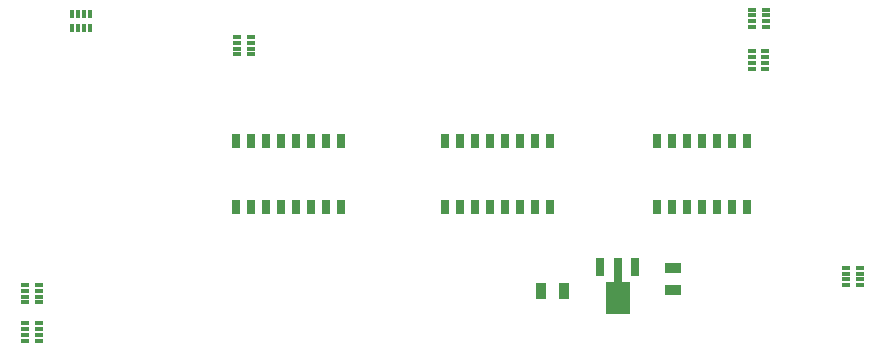
<source format=gtp>
G04 (created by PCBNEW (2013-07-07 BZR 4022)-stable) date 18/09/2013 13:55:04*
%MOIN*%
G04 Gerber Fmt 3.4, Leading zero omitted, Abs format*
%FSLAX34Y34*%
G01*
G70*
G90*
G04 APERTURE LIST*
%ADD10C,0.00590551*%
%ADD11R,0.025X0.05*%
%ADD12R,0.0256X0.0118*%
%ADD13R,0.0118X0.0256*%
%ADD14R,0.035X0.055*%
%ADD15R,0.055X0.035*%
%ADD16R,0.0276X0.063*%
%ADD17R,0.0276X0.0827*%
%ADD18R,0.0787X0.1083*%
G04 APERTURE END LIST*
G54D10*
G54D11*
X35889Y-13466D03*
X35389Y-13466D03*
X34889Y-13466D03*
X34389Y-13466D03*
X33889Y-13466D03*
X33389Y-13466D03*
X32889Y-13466D03*
X32889Y-15666D03*
X33389Y-15666D03*
X33889Y-15666D03*
X34389Y-15666D03*
X34889Y-15666D03*
X35389Y-15666D03*
X35889Y-15666D03*
X18840Y-15666D03*
X19340Y-15666D03*
X19840Y-15666D03*
X20340Y-15666D03*
X20840Y-15666D03*
X21340Y-15666D03*
X21840Y-15666D03*
X22340Y-15666D03*
X22340Y-13466D03*
X21840Y-13466D03*
X21340Y-13466D03*
X20840Y-13466D03*
X20340Y-13466D03*
X19840Y-13466D03*
X19340Y-13466D03*
X18840Y-13466D03*
X25828Y-15686D03*
X26328Y-15686D03*
X26828Y-15686D03*
X27328Y-15686D03*
X27828Y-15686D03*
X28328Y-15686D03*
X28828Y-15686D03*
X29328Y-15686D03*
X29328Y-13486D03*
X28828Y-13486D03*
X28328Y-13486D03*
X27828Y-13486D03*
X27328Y-13486D03*
X26828Y-13486D03*
X26328Y-13486D03*
X25828Y-13486D03*
G54D12*
X18905Y-10000D03*
X18905Y-10197D03*
X18905Y-10394D03*
X18905Y-10591D03*
X19358Y-10591D03*
X19358Y-10394D03*
X19358Y-10197D03*
X19358Y-10000D03*
X11819Y-18267D03*
X11819Y-18464D03*
X11819Y-18661D03*
X11819Y-18858D03*
X12272Y-18858D03*
X12272Y-18661D03*
X12272Y-18464D03*
X12272Y-18267D03*
X36051Y-10472D03*
X36051Y-10669D03*
X36051Y-10866D03*
X36051Y-11063D03*
X36504Y-11063D03*
X36504Y-10866D03*
X36504Y-10669D03*
X36504Y-10472D03*
X39201Y-17697D03*
X39201Y-17894D03*
X39201Y-18091D03*
X39201Y-18288D03*
X39654Y-18288D03*
X39654Y-18091D03*
X39654Y-17894D03*
X39654Y-17697D03*
X11819Y-19547D03*
X11819Y-19744D03*
X11819Y-19941D03*
X11819Y-20138D03*
X12272Y-20138D03*
X12272Y-19941D03*
X12272Y-19744D03*
X12272Y-19547D03*
G54D13*
X13386Y-9696D03*
X13583Y-9696D03*
X13780Y-9696D03*
X13977Y-9696D03*
X13977Y-9243D03*
X13780Y-9243D03*
X13583Y-9243D03*
X13386Y-9243D03*
G54D12*
X36507Y-9684D03*
X36507Y-9487D03*
X36507Y-9290D03*
X36507Y-9093D03*
X36054Y-9093D03*
X36054Y-9290D03*
X36054Y-9487D03*
X36054Y-9684D03*
G54D14*
X29034Y-18464D03*
X29784Y-18464D03*
G54D15*
X33425Y-17695D03*
X33425Y-18445D03*
G54D16*
X32165Y-17677D03*
G54D17*
X31574Y-17775D03*
G54D16*
X30983Y-17677D03*
G54D18*
X31574Y-18720D03*
M02*

</source>
